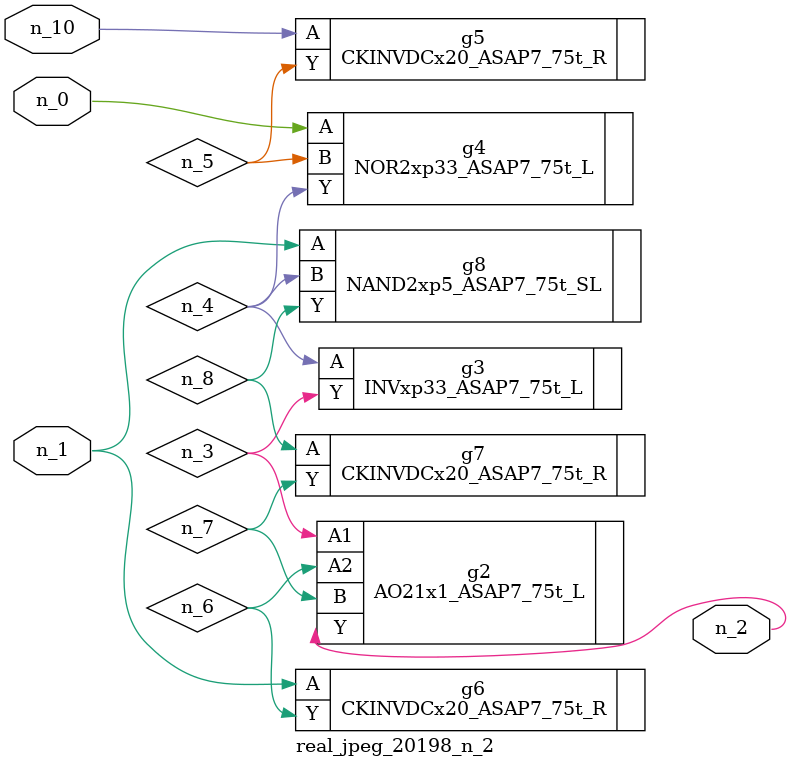
<source format=v>
module real_jpeg_20198_n_2 (n_1, n_10, n_0, n_2);

input n_1;
input n_10;
input n_0;

output n_2;

wire n_5;
wire n_4;
wire n_8;
wire n_6;
wire n_7;
wire n_3;

NOR2xp33_ASAP7_75t_L g4 ( 
.A(n_0),
.B(n_5),
.Y(n_4)
);

CKINVDCx20_ASAP7_75t_R g6 ( 
.A(n_1),
.Y(n_6)
);

NAND2xp5_ASAP7_75t_SL g8 ( 
.A(n_1),
.B(n_4),
.Y(n_8)
);

AO21x1_ASAP7_75t_L g2 ( 
.A1(n_3),
.A2(n_6),
.B(n_7),
.Y(n_2)
);

INVxp33_ASAP7_75t_L g3 ( 
.A(n_4),
.Y(n_3)
);

CKINVDCx20_ASAP7_75t_R g7 ( 
.A(n_8),
.Y(n_7)
);

CKINVDCx20_ASAP7_75t_R g5 ( 
.A(n_10),
.Y(n_5)
);


endmodule
</source>
